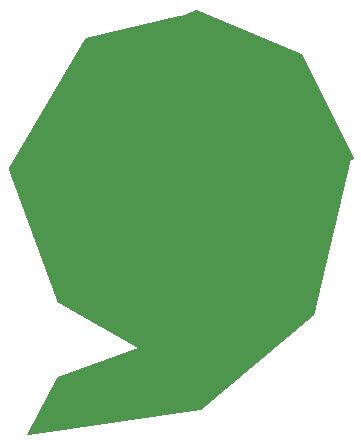
<source format=gbr>
G04 #@! TF.GenerationSoftware,KiCad,Pcbnew,9.0.2*
G04 #@! TF.CreationDate,2025-06-24T15:09:58-05:00*
G04 #@! TF.ProjectId,KokiriEmerald,4b6f6b69-7269-4456-9d65-72616c642e6b,rev?*
G04 #@! TF.SameCoordinates,Original*
G04 #@! TF.FileFunction,Soldermask,Top*
G04 #@! TF.FilePolarity,Negative*
%FSLAX46Y46*%
G04 Gerber Fmt 4.6, Leading zero omitted, Abs format (unit mm)*
G04 Created by KiCad (PCBNEW 9.0.2) date 2025-06-24 15:09:58*
%MOMM*%
%LPD*%
G01*
G04 APERTURE LIST*
%ADD10C,0.010000*%
G04 APERTURE END LIST*
D10*
X122858349Y-79158500D02*
X125055274Y-83549703D01*
X127252200Y-87940906D01*
X127133470Y-88002304D01*
X127014740Y-88063701D01*
X123613356Y-83981517D01*
X123188411Y-83471772D01*
X122778355Y-82980382D01*
X122386455Y-82511239D01*
X122015979Y-82068234D01*
X121670196Y-81655257D01*
X121352371Y-81276198D01*
X121065774Y-80934949D01*
X120813672Y-80635400D01*
X120599332Y-80381443D01*
X120426022Y-80176967D01*
X120297010Y-80025864D01*
X120215564Y-79932024D01*
X120184950Y-79899338D01*
X120184903Y-79899333D01*
X120148250Y-79925399D01*
X120052326Y-80000267D01*
X119903241Y-80118946D01*
X119707107Y-80276445D01*
X119470032Y-80467773D01*
X119198126Y-80687936D01*
X118897500Y-80931944D01*
X118574263Y-81194805D01*
X118234526Y-81471527D01*
X117884398Y-81757119D01*
X117529990Y-82046588D01*
X117177411Y-82334944D01*
X116832771Y-82617195D01*
X116502181Y-82888349D01*
X116191750Y-83143414D01*
X115907588Y-83377398D01*
X115655806Y-83585311D01*
X115442512Y-83762159D01*
X115273818Y-83902953D01*
X115155833Y-84002699D01*
X115094667Y-84056407D01*
X115087631Y-84063652D01*
X115096912Y-84112650D01*
X115138856Y-84238383D01*
X115212994Y-84439670D01*
X115318860Y-84715331D01*
X115455985Y-85064184D01*
X115623902Y-85485050D01*
X115822143Y-85976747D01*
X116050240Y-86538095D01*
X116307725Y-87167913D01*
X116584566Y-87841787D01*
X118118369Y-91567548D01*
X118712069Y-91788445D01*
X118920425Y-91864393D01*
X119099286Y-91926605D01*
X119234421Y-91970365D01*
X119311599Y-91990958D01*
X119323923Y-91991188D01*
X119320249Y-91947621D01*
X119304334Y-91826418D01*
X119277080Y-91633584D01*
X119239388Y-91375125D01*
X119192160Y-91057046D01*
X119136298Y-90685350D01*
X119072704Y-90266044D01*
X119002281Y-89805131D01*
X118925930Y-89308618D01*
X118844554Y-88782508D01*
X118767871Y-88289361D01*
X118682435Y-87740589D01*
X118600841Y-87215194D01*
X118524026Y-86719274D01*
X118452925Y-86258926D01*
X118388473Y-85840249D01*
X118331604Y-85469339D01*
X118283255Y-85152296D01*
X118244361Y-84895216D01*
X118215855Y-84704198D01*
X118198675Y-84585339D01*
X118193667Y-84545236D01*
X118225056Y-84515453D01*
X118321645Y-84470447D01*
X118487068Y-84408922D01*
X118724959Y-84329581D01*
X119038950Y-84231126D01*
X119271301Y-84160559D01*
X119561225Y-84074009D01*
X119826305Y-83996168D01*
X120055212Y-83930258D01*
X120236615Y-83879505D01*
X120359184Y-83847130D01*
X120410905Y-83836333D01*
X120449459Y-83866539D01*
X120540788Y-83953830D01*
X120680087Y-84093218D01*
X120862554Y-84279713D01*
X121083385Y-84508326D01*
X121337776Y-84774066D01*
X121620925Y-85071947D01*
X121928029Y-85396977D01*
X122254283Y-85744167D01*
X122483540Y-85989209D01*
X124494206Y-88142085D01*
X123437320Y-91503126D01*
X123267978Y-92039783D01*
X123106402Y-92548159D01*
X122954439Y-93022648D01*
X122813931Y-93457645D01*
X122686724Y-93847542D01*
X122574662Y-94186734D01*
X122479588Y-94469615D01*
X122403348Y-94690579D01*
X122347785Y-94844019D01*
X122314743Y-94924329D01*
X122308467Y-94934515D01*
X122267474Y-94965076D01*
X122162318Y-95040322D01*
X121998309Y-95156543D01*
X121780756Y-95310027D01*
X121514970Y-95497066D01*
X121206259Y-95713948D01*
X120859933Y-95956963D01*
X120481301Y-96222401D01*
X120075673Y-96506551D01*
X119648358Y-96805704D01*
X119204667Y-97116149D01*
X118749907Y-97434176D01*
X118289389Y-97756073D01*
X117828423Y-98078132D01*
X117372317Y-98396641D01*
X116926382Y-98707891D01*
X116495926Y-99008171D01*
X116086259Y-99293770D01*
X115702691Y-99560979D01*
X115350531Y-99806086D01*
X115035088Y-100025382D01*
X114761673Y-100215157D01*
X114535594Y-100371700D01*
X114362161Y-100491300D01*
X114246684Y-100570248D01*
X114194472Y-100604833D01*
X114193167Y-100605583D01*
X114149674Y-100591721D01*
X114033919Y-100545330D01*
X113850865Y-100468583D01*
X113605479Y-100363650D01*
X113302726Y-100232705D01*
X112947571Y-100077918D01*
X112544979Y-99901463D01*
X112099917Y-99705512D01*
X111617349Y-99492235D01*
X111102240Y-99263806D01*
X110559557Y-99022396D01*
X109994265Y-98770178D01*
X109854000Y-98707482D01*
X109283449Y-98452103D01*
X108734250Y-98205772D01*
X108211386Y-97970753D01*
X107719843Y-97749307D01*
X107264603Y-97543697D01*
X106850651Y-97356185D01*
X106482970Y-97189033D01*
X106166545Y-97044504D01*
X105906359Y-96924861D01*
X105707396Y-96832366D01*
X105574640Y-96769280D01*
X105513076Y-96737867D01*
X105509491Y-96735340D01*
X105487098Y-96688874D01*
X105436576Y-96569555D01*
X105360254Y-96383350D01*
X105260464Y-96136225D01*
X105139536Y-95834144D01*
X104999801Y-95483075D01*
X104843591Y-95088981D01*
X104673235Y-94657830D01*
X104491065Y-94195586D01*
X104299412Y-93708216D01*
X104100606Y-93201684D01*
X103896978Y-92681958D01*
X103690859Y-92155001D01*
X103484579Y-91626781D01*
X103280470Y-91103262D01*
X103080862Y-90590411D01*
X102888087Y-90094192D01*
X102704474Y-89620573D01*
X102532355Y-89175517D01*
X102374061Y-88764992D01*
X102231922Y-88394962D01*
X102108269Y-88071394D01*
X102005433Y-87800253D01*
X101925745Y-87587504D01*
X101871536Y-87439114D01*
X101845135Y-87361047D01*
X101842893Y-87350734D01*
X101861478Y-87302695D01*
X101913190Y-87184143D01*
X101995192Y-87001178D01*
X102104642Y-86759900D01*
X102238704Y-86466409D01*
X102394539Y-86126804D01*
X102569307Y-85747185D01*
X102760170Y-85333652D01*
X102964289Y-84892305D01*
X103178826Y-84429244D01*
X103400941Y-83950568D01*
X103627797Y-83462377D01*
X103856554Y-82970771D01*
X104084374Y-82481850D01*
X104308418Y-82001713D01*
X104525847Y-81536460D01*
X104733823Y-81092192D01*
X104929507Y-80675007D01*
X105110060Y-80291006D01*
X105272643Y-79946289D01*
X105414418Y-79646955D01*
X105532547Y-79399104D01*
X105624189Y-79208835D01*
X105686507Y-79082249D01*
X105716662Y-79025446D01*
X105718340Y-79023214D01*
X105763429Y-79000035D01*
X105881291Y-78945994D01*
X106066766Y-78863324D01*
X106314698Y-78754261D01*
X106619929Y-78621038D01*
X106977302Y-78465891D01*
X107381658Y-78291054D01*
X107827840Y-78098762D01*
X108310691Y-77891249D01*
X108825053Y-77670750D01*
X109365768Y-77439499D01*
X109886917Y-77217107D01*
X114005001Y-75461620D01*
X122858349Y-79158500D01*
G36*
X122858349Y-79158500D02*
G01*
X125055274Y-83549703D01*
X127252200Y-87940906D01*
X127133470Y-88002304D01*
X127014740Y-88063701D01*
X123613356Y-83981517D01*
X123188411Y-83471772D01*
X122778355Y-82980382D01*
X122386455Y-82511239D01*
X122015979Y-82068234D01*
X121670196Y-81655257D01*
X121352371Y-81276198D01*
X121065774Y-80934949D01*
X120813672Y-80635400D01*
X120599332Y-80381443D01*
X120426022Y-80176967D01*
X120297010Y-80025864D01*
X120215564Y-79932024D01*
X120184950Y-79899338D01*
X120184903Y-79899333D01*
X120148250Y-79925399D01*
X120052326Y-80000267D01*
X119903241Y-80118946D01*
X119707107Y-80276445D01*
X119470032Y-80467773D01*
X119198126Y-80687936D01*
X118897500Y-80931944D01*
X118574263Y-81194805D01*
X118234526Y-81471527D01*
X117884398Y-81757119D01*
X117529990Y-82046588D01*
X117177411Y-82334944D01*
X116832771Y-82617195D01*
X116502181Y-82888349D01*
X116191750Y-83143414D01*
X115907588Y-83377398D01*
X115655806Y-83585311D01*
X115442512Y-83762159D01*
X115273818Y-83902953D01*
X115155833Y-84002699D01*
X115094667Y-84056407D01*
X115087631Y-84063652D01*
X115096912Y-84112650D01*
X115138856Y-84238383D01*
X115212994Y-84439670D01*
X115318860Y-84715331D01*
X115455985Y-85064184D01*
X115623902Y-85485050D01*
X115822143Y-85976747D01*
X116050240Y-86538095D01*
X116307725Y-87167913D01*
X116584566Y-87841787D01*
X118118369Y-91567548D01*
X118712069Y-91788445D01*
X118920425Y-91864393D01*
X119099286Y-91926605D01*
X119234421Y-91970365D01*
X119311599Y-91990958D01*
X119323923Y-91991188D01*
X119320249Y-91947621D01*
X119304334Y-91826418D01*
X119277080Y-91633584D01*
X119239388Y-91375125D01*
X119192160Y-91057046D01*
X119136298Y-90685350D01*
X119072704Y-90266044D01*
X119002281Y-89805131D01*
X118925930Y-89308618D01*
X118844554Y-88782508D01*
X118767871Y-88289361D01*
X118682435Y-87740589D01*
X118600841Y-87215194D01*
X118524026Y-86719274D01*
X118452925Y-86258926D01*
X118388473Y-85840249D01*
X118331604Y-85469339D01*
X118283255Y-85152296D01*
X118244361Y-84895216D01*
X118215855Y-84704198D01*
X118198675Y-84585339D01*
X118193667Y-84545236D01*
X118225056Y-84515453D01*
X118321645Y-84470447D01*
X118487068Y-84408922D01*
X118724959Y-84329581D01*
X119038950Y-84231126D01*
X119271301Y-84160559D01*
X119561225Y-84074009D01*
X119826305Y-83996168D01*
X120055212Y-83930258D01*
X120236615Y-83879505D01*
X120359184Y-83847130D01*
X120410905Y-83836333D01*
X120449459Y-83866539D01*
X120540788Y-83953830D01*
X120680087Y-84093218D01*
X120862554Y-84279713D01*
X121083385Y-84508326D01*
X121337776Y-84774066D01*
X121620925Y-85071947D01*
X121928029Y-85396977D01*
X122254283Y-85744167D01*
X122483540Y-85989209D01*
X124494206Y-88142085D01*
X123437320Y-91503126D01*
X123267978Y-92039783D01*
X123106402Y-92548159D01*
X122954439Y-93022648D01*
X122813931Y-93457645D01*
X122686724Y-93847542D01*
X122574662Y-94186734D01*
X122479588Y-94469615D01*
X122403348Y-94690579D01*
X122347785Y-94844019D01*
X122314743Y-94924329D01*
X122308467Y-94934515D01*
X122267474Y-94965076D01*
X122162318Y-95040322D01*
X121998309Y-95156543D01*
X121780756Y-95310027D01*
X121514970Y-95497066D01*
X121206259Y-95713948D01*
X120859933Y-95956963D01*
X120481301Y-96222401D01*
X120075673Y-96506551D01*
X119648358Y-96805704D01*
X119204667Y-97116149D01*
X118749907Y-97434176D01*
X118289389Y-97756073D01*
X117828423Y-98078132D01*
X117372317Y-98396641D01*
X116926382Y-98707891D01*
X116495926Y-99008171D01*
X116086259Y-99293770D01*
X115702691Y-99560979D01*
X115350531Y-99806086D01*
X115035088Y-100025382D01*
X114761673Y-100215157D01*
X114535594Y-100371700D01*
X114362161Y-100491300D01*
X114246684Y-100570248D01*
X114194472Y-100604833D01*
X114193167Y-100605583D01*
X114149674Y-100591721D01*
X114033919Y-100545330D01*
X113850865Y-100468583D01*
X113605479Y-100363650D01*
X113302726Y-100232705D01*
X112947571Y-100077918D01*
X112544979Y-99901463D01*
X112099917Y-99705512D01*
X111617349Y-99492235D01*
X111102240Y-99263806D01*
X110559557Y-99022396D01*
X109994265Y-98770178D01*
X109854000Y-98707482D01*
X109283449Y-98452103D01*
X108734250Y-98205772D01*
X108211386Y-97970753D01*
X107719843Y-97749307D01*
X107264603Y-97543697D01*
X106850651Y-97356185D01*
X106482970Y-97189033D01*
X106166545Y-97044504D01*
X105906359Y-96924861D01*
X105707396Y-96832366D01*
X105574640Y-96769280D01*
X105513076Y-96737867D01*
X105509491Y-96735340D01*
X105487098Y-96688874D01*
X105436576Y-96569555D01*
X105360254Y-96383350D01*
X105260464Y-96136225D01*
X105139536Y-95834144D01*
X104999801Y-95483075D01*
X104843591Y-95088981D01*
X104673235Y-94657830D01*
X104491065Y-94195586D01*
X104299412Y-93708216D01*
X104100606Y-93201684D01*
X103896978Y-92681958D01*
X103690859Y-92155001D01*
X103484579Y-91626781D01*
X103280470Y-91103262D01*
X103080862Y-90590411D01*
X102888087Y-90094192D01*
X102704474Y-89620573D01*
X102532355Y-89175517D01*
X102374061Y-88764992D01*
X102231922Y-88394962D01*
X102108269Y-88071394D01*
X102005433Y-87800253D01*
X101925745Y-87587504D01*
X101871536Y-87439114D01*
X101845135Y-87361047D01*
X101842893Y-87350734D01*
X101861478Y-87302695D01*
X101913190Y-87184143D01*
X101995192Y-87001178D01*
X102104642Y-86759900D01*
X102238704Y-86466409D01*
X102394539Y-86126804D01*
X102569307Y-85747185D01*
X102760170Y-85333652D01*
X102964289Y-84892305D01*
X103178826Y-84429244D01*
X103400941Y-83950568D01*
X103627797Y-83462377D01*
X103856554Y-82970771D01*
X104084374Y-82481850D01*
X104308418Y-82001713D01*
X104525847Y-81536460D01*
X104733823Y-81092192D01*
X104929507Y-80675007D01*
X105110060Y-80291006D01*
X105272643Y-79946289D01*
X105414418Y-79646955D01*
X105532547Y-79399104D01*
X105624189Y-79208835D01*
X105686507Y-79082249D01*
X105716662Y-79025446D01*
X105718340Y-79023214D01*
X105763429Y-79000035D01*
X105881291Y-78945994D01*
X106066766Y-78863324D01*
X106314698Y-78754261D01*
X106619929Y-78621038D01*
X106977302Y-78465891D01*
X107381658Y-78291054D01*
X107827840Y-78098762D01*
X108310691Y-77891249D01*
X108825053Y-77670750D01*
X109365768Y-77439499D01*
X109886917Y-77217107D01*
X114005001Y-75461620D01*
X122858349Y-79158500D01*
G37*
G36*
X112650006Y-75925308D02*
G01*
X112706786Y-75966024D01*
X112732540Y-76030974D01*
X112719091Y-76099537D01*
X112670708Y-76149945D01*
X112660076Y-76155375D01*
X105899170Y-79206971D01*
X102104766Y-87371167D01*
X105700251Y-96557500D01*
X114128847Y-100298443D01*
X122150000Y-94749998D01*
X124194344Y-88217832D01*
X120338583Y-84132462D01*
X120338581Y-84132461D01*
X118505441Y-84705537D01*
X118505440Y-84705539D01*
X119631065Y-92207054D01*
X119621547Y-92276273D01*
X119576117Y-92329357D01*
X119509200Y-92349453D01*
X119465262Y-92341696D01*
X117969304Y-91786048D01*
X117913314Y-91744252D01*
X117897841Y-91717070D01*
X114751865Y-84086376D01*
X114744511Y-84016895D01*
X114775889Y-83954467D01*
X114788265Y-83942912D01*
X120130261Y-79598352D01*
X120194692Y-79571324D01*
X120263506Y-79583421D01*
X120304038Y-79615505D01*
X126914944Y-87605481D01*
X126930315Y-87629074D01*
X127080195Y-87928832D01*
X127092570Y-87997597D01*
X127090044Y-88012458D01*
X123988280Y-101308685D01*
X123953880Y-101369499D01*
X123946466Y-101376138D01*
X114401701Y-109255997D01*
X114341007Y-109283023D01*
X99865420Y-111437009D01*
X99796214Y-111427405D01*
X99743186Y-111381911D01*
X99723171Y-111314969D01*
X99737918Y-111255708D01*
X102251942Y-106572722D01*
X102300994Y-106522966D01*
X102318704Y-106514880D01*
X109120674Y-104033917D01*
X102407433Y-100258367D01*
X102358649Y-100208347D01*
X102352073Y-100193721D01*
X98143535Y-88940007D01*
X98138490Y-88870320D01*
X98152936Y-88833470D01*
X104640648Y-77859025D01*
X104691709Y-77811333D01*
X104718555Y-77801528D01*
X112580227Y-75921754D01*
X112650006Y-75925308D01*
G37*
M02*

</source>
